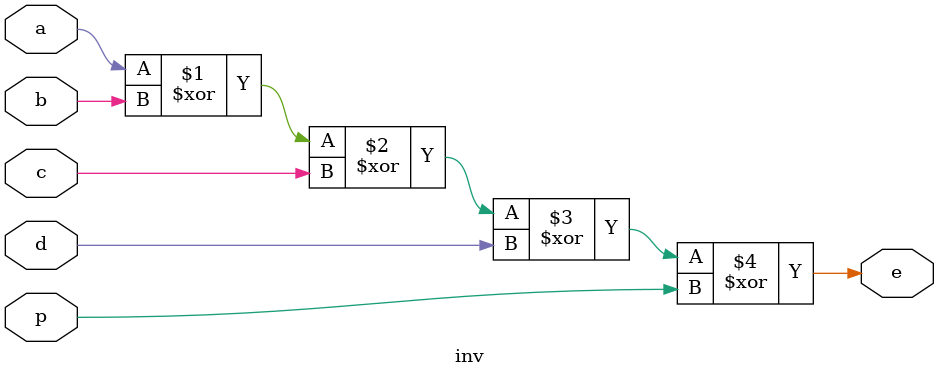
<source format=v>
`timescale 1ns / 1ps


module inv(
    input a, b, c, d, p,
    output e
    );
    assign e = a^b^c^d^p;
endmodule

</source>
